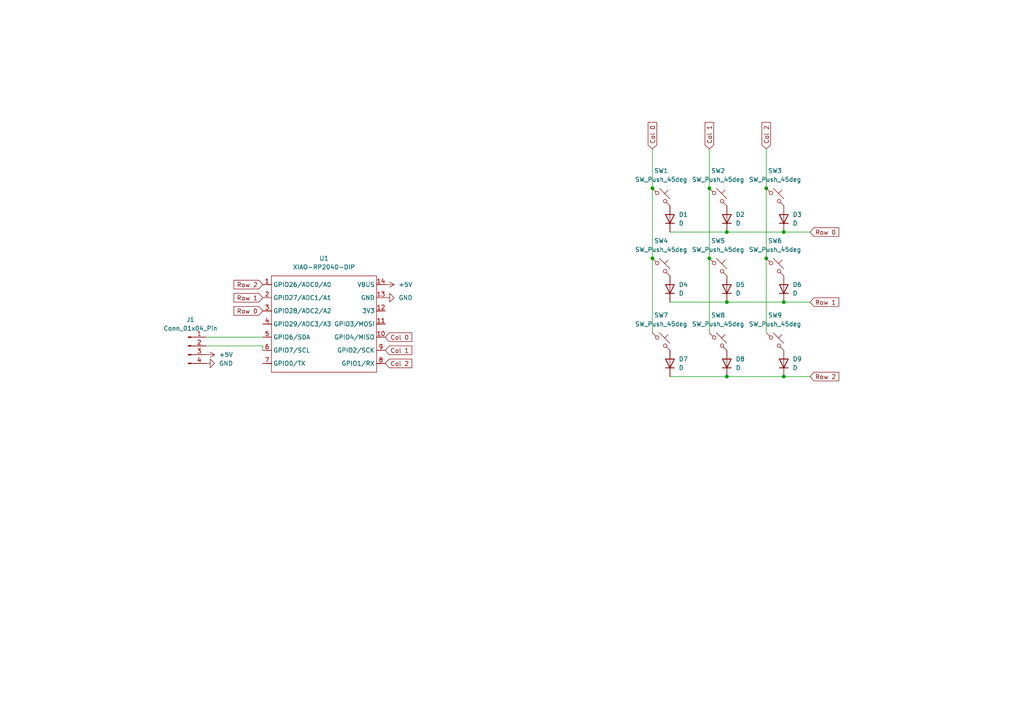
<source format=kicad_sch>
(kicad_sch (version 20231120) (generator "eeschema") (generator_version "8.0")
  (paper "A4")
  (lib_symbols
    (symbol "Connector:Conn_01x04_Pin" (pin_names (offset 1.016) hide)
      (property "Reference" "J" (at 0 5.08 0))
      (property "Value" "Conn_01x04_Pin" (at 0 -7.62 0))
      (symbol "Conn_01x04_Pin_1_1"
        (polyline (pts (xy 1.27 -5.08) (xy 0.8636 -5.08)) (stroke (width 0.1524)))
        (polyline (pts (xy 1.27 -2.54) (xy 0.8636 -2.54)) (stroke (width 0.1524)))
        (polyline (pts (xy 1.27 0) (xy 0.8636 0)) (stroke (width 0.1524)))
        (polyline (pts (xy 1.27 2.54) (xy 0.8636 2.54)) (stroke (width 0.1524)))
        (rectangle (start 0.8636 -4.953) (end 0 -5.207) (stroke (width 0.1524)) (fill (type outline)))
        (rectangle (start 0.8636 -2.413) (end 0 -2.667) (stroke (width 0.1524)) (fill (type outline)))
        (rectangle (start 0.8636 0.127) (end 0 -0.127) (stroke (width 0.1524)) (fill (type outline)))
        (rectangle (start 0.8636 2.667) (end 0 2.413) (stroke (width 0.1524)) (fill (type outline)))
        (pin passive line (at 5.08 2.54 180) (length 3.81) (name "Pin_1") (number "1"))
        (pin passive line (at 5.08 0 180) (length 3.81) (name "Pin_2") (number "2"))
        (pin passive line (at 5.08 -2.54 180) (length 3.81) (name "Pin_3") (number "3"))
        (pin passive line (at 5.08 -5.08 180) (length 3.81) (name "Pin_4") (number "4"))
      )
    )
    (symbol "Device:D" (pin_numbers hide) (pin_names (offset 1.016) hide)
      (property "Reference" "D" (at 0 2.54 0))
      (property "Value" "D" (at 0 -2.54 0))
      (symbol "D_0_1"
        (polyline (pts (xy -1.27 1.27) (xy -1.27 -1.27)) (stroke (width 0.254)))
        (polyline (pts (xy 1.27 0) (xy -1.27 0)))
        (polyline (pts (xy 1.27 1.27) (xy 1.27 -1.27) (xy -1.27 0) (xy 1.27 1.27)) (stroke (width 0.254)))
      )
      (symbol "D_1_1"
        (pin passive line (at -3.81 0 0) (length 2.54) (name "K") (number "1"))
        (pin passive line (at 3.81 0 180) (length 2.54) (name "A") (number "2"))
      )
    )
    (symbol "OPL:XIAO-RP2040-DIP"
      (property "Reference" "U" (at 0 0 0))
      (property "Value" "XIAO-RP2040-DIP" (at 5.334 -1.778 0))
      (symbol "XIAO-RP2040-DIP_1_0"
        (polyline (pts (xy -1.27 -30.48) (xy -1.27 -16.51)) (stroke (width 0.1524)))
        (polyline (pts (xy -1.27 -27.94) (xy -2.54 -27.94)) (stroke (width 0.1524)))
        (polyline (pts (xy -1.27 -24.13) (xy -2.54 -24.13)) (stroke (width 0.1524)))
        (polyline (pts (xy -1.27 -20.32) (xy -2.54 -20.32)) (stroke (width 0.1524)))
        (polyline (pts (xy -1.27 -16.51) (xy -2.54 -16.51)) (stroke (width 0.1524)))
        (polyline (pts (xy -1.27 -16.51) (xy -1.27 -12.7)) (stroke (width 0.1524)))
        (polyline (pts (xy -1.27 -12.7) (xy -2.54 -12.7)) (stroke (width 0.1524)))
        (polyline (pts (xy -1.27 -12.7) (xy -1.27 -8.89)) (stroke (width 0.1524)))
        (polyline (pts (xy -1.27 -8.89) (xy -2.54 -8.89)) (stroke (width 0.1524)))
        (polyline (pts (xy -1.27 -8.89) (xy -1.27 -5.08)) (stroke (width 0.1524)))
        (polyline (pts (xy -1.27 -5.08) (xy -2.54 -5.08)) (stroke (width 0.1524)))
        (polyline (pts (xy -1.27 -5.08) (xy -1.27 -2.54)) (stroke (width 0.1524)))
        (polyline (pts (xy -1.27 -2.54) (xy 29.21 -2.54)) (stroke (width 0.1524)))
        (polyline (pts (xy 29.21 -30.48) (xy -1.27 -30.48)) (stroke (width 0.1524)))
        (polyline (pts (xy 29.21 -12.7) (xy 29.21 -30.48)) (stroke (width 0.1524)))
        (polyline (pts (xy 29.21 -8.89) (xy 29.21 -12.7)) (stroke (width 0.1524)))
        (polyline (pts (xy 29.21 -5.08) (xy 29.21 -8.89)) (stroke (width 0.1524)))
        (polyline (pts (xy 29.21 -2.54) (xy 29.21 -5.08)) (stroke (width 0.1524)))
        (polyline (pts (xy 30.48 -27.94) (xy 29.21 -27.94)) (stroke (width 0.1524)))
        (polyline (pts (xy 30.48 -24.13) (xy 29.21 -24.13)) (stroke (width 0.1524)))
        (polyline (pts (xy 30.48 -20.32) (xy 29.21 -20.32)) (stroke (width 0.1524)))
        (polyline (pts (xy 30.48 -16.51) (xy 29.21 -16.51)) (stroke (width 0.1524)))
        (polyline (pts (xy 30.48 -12.7) (xy 29.21 -12.7)) (stroke (width 0.1524)))
        (polyline (pts (xy 30.48 -8.89) (xy 29.21 -8.89)) (stroke (width 0.1524)))
        (polyline (pts (xy 30.48 -5.08) (xy 29.21 -5.08)) (stroke (width 0.1524)))
        (pin passive line (at -3.81 -5.08 0) (length 2.54) (name "GPIO26/ADC0/A0") (number "1"))
        (pin passive line (at 31.75 -20.32 180) (length 2.54) (name "GPIO4/MISO") (number "10"))
        (pin passive line (at 31.75 -16.51 180) (length 2.54) (name "GPIO3/MOSI") (number "11"))
        (pin passive line (at 31.75 -12.7 180) (length 2.54) (name "3V3") (number "12"))
        (pin passive line (at 31.75 -8.89 180) (length 2.54) (name "GND") (number "13"))
        (pin passive line (at 31.75 -5.08 180) (length 2.54) (name "VBUS") (number "14"))
        (pin passive line (at -3.81 -8.89 0) (length 2.54) (name "GPIO27/ADC1/A1") (number "2"))
        (pin passive line (at -3.81 -12.7 0) (length 2.54) (name "GPIO28/ADC2/A2") (number "3"))
        (pin passive line (at -3.81 -16.51 0) (length 2.54) (name "GPIO29/ADC3/A3") (number "4"))
        (pin passive line (at -3.81 -20.32 0) (length 2.54) (name "GPIO6/SDA") (number "5"))
        (pin passive line (at -3.81 -24.13 0) (length 2.54) (name "GPIO7/SCL") (number "6"))
        (pin passive line (at -3.81 -27.94 0) (length 2.54) (name "GPIO0/TX") (number "7"))
        (pin passive line (at 31.75 -27.94 180) (length 2.54) (name "GPIO1/RX") (number "8"))
        (pin passive line (at 31.75 -24.13 180) (length 2.54) (name "GPIO2/SCK") (number "9"))
      )
    )
    (symbol "Switch:SW_Push_45deg" (pin_numbers hide) (pin_names (offset 1.016) hide)
      (property "Reference" "SW" (at 3.048 1.016 0))
      (property "Value" "SW_Push_45deg" (at 0 -3.81 0))
      (symbol "SW_Push_45deg_0_1"
        (circle (center -1.1684 1.1684) (radius 0.508))
        (polyline (pts (xy -0.508 2.54) (xy 2.54 -0.508)))
        (polyline (pts (xy 1.016 1.016) (xy 2.032 2.032)))
        (polyline (pts (xy -2.54 2.54) (xy -1.524 1.524) (xy -1.524 1.524)))
        (polyline (pts (xy 1.524 -1.524) (xy 2.54 -2.54) (xy 2.54 -2.54) (xy 2.54 -2.54)))
        (circle (center 1.143 -1.1938) (radius 0.508))
        (pin passive line (at -2.54 2.54 0) (length 0) (name "1") (number "1"))
        (pin passive line (at 2.54 -2.54 180) (length 0) (name "2") (number "2"))
      )
    )
    (symbol "power:+5V" (power) (pin_numbers hide) (pin_names (offset 0) hide)
      (property "Value" "+5V" (at 0 3.556 0))
      (symbol "+5V_0_1"
        (polyline (pts (xy -0.762 1.27) (xy 0 2.54)))
        (polyline (pts (xy 0 0) (xy 0 2.54)))
        (polyline (pts (xy 0 2.54) (xy 0.762 1.27)))
      )
      (symbol "+5V_1_1"
        (pin power_in line (at 0 0 90) (length 0) (name "~") (number "1"))
      )
    )
    (symbol "power:GND" (power) (pin_numbers hide) (pin_names (offset 0) hide)
      (property "Value" "GND" (at 0 -3.81 0))
      (symbol "GND_0_1"
        (polyline (pts (xy 0 0) (xy 0 -1.27) (xy 1.27 -1.27) (xy 0 -2.54) (xy -1.27 -1.27) (xy 0 -1.27)))
      )
      (symbol "GND_1_1"
        (pin power_in line (at 0 0 270) (length 0) (name "~") (number "1"))
      )
    )
  )
  (junction (at 205.74 54.61))
  (junction (at 227.33 67.31))
  (junction (at 189.23 74.93))
  (junction (at 222.25 54.61))
  (junction (at 210.82 109.22))
  (junction (at 210.82 87.63))
  (junction (at 210.82 67.31))
  (junction (at 222.25 74.93))
  (junction (at 227.33 109.22))
  (junction (at 227.33 87.63))
  (junction (at 189.23 54.61))
  (junction (at 205.74 74.93))
  (wire (pts (xy 205.74 74.93) (xy 205.74 96.52)))
  (wire (pts (xy 222.25 54.61) (xy 222.25 74.93)))
  (wire (pts (xy 222.25 43.18) (xy 222.25 54.61)))
  (wire (pts (xy 194.31 109.22) (xy 210.82 109.22)))
  (wire (pts (xy 205.74 54.61) (xy 205.74 74.93)))
  (wire (pts (xy 210.82 67.31) (xy 227.33 67.31)))
  (wire (pts (xy 189.23 43.18) (xy 189.23 54.61)))
  (wire (pts (xy 222.25 74.93) (xy 222.25 96.52)))
  (wire (pts (xy 234.95 109.22) (xy 227.33 109.22)))
  (wire (pts (xy 210.82 87.63) (xy 227.33 87.63)))
  (wire (pts (xy 194.31 87.63) (xy 210.82 87.63)))
  (wire (pts (xy 205.74 43.18) (xy 205.74 54.61)))
  (wire (pts (xy 194.31 67.31) (xy 210.82 67.31)))
  (wire (pts (xy 210.82 109.22) (xy 227.33 109.22)))
  (wire (pts (xy 189.23 74.93) (xy 189.23 96.52)))
  (wire (pts (xy 59.69 100.33) (xy 76.2 100.33)))
  (wire (pts (xy 189.23 54.61) (xy 189.23 74.93)))
  (wire (pts (xy 76.2 100.33) (xy 76.2 101.6)))
  (wire (pts (xy 59.69 97.79) (xy 76.2 97.79)))
  (wire (pts (xy 227.33 67.31) (xy 234.95 67.31)))
  (wire (pts (xy 234.95 87.63) (xy 227.33 87.63)))
  (global_label "Row 1" (shape input) (at 76.2 86.36 180) (property "Intersheetrefs" "${INTERSHEET_REFS}" (effects (hide yes))))
  (global_label "Row 0" (shape input) (at 234.95 67.31 0) (property "Intersheetrefs" "${INTERSHEET_REFS}" (effects (hide yes))))
  (global_label "Row 2" (shape input) (at 234.95 109.22 0) (property "Intersheetrefs" "${INTERSHEET_REFS}" (effects (hide yes))))
  (global_label "Col 1" (shape input) (at 205.74 43.18 90) (property "Intersheetrefs" "${INTERSHEET_REFS}" (effects (hide yes))))
  (global_label "Row 0" (shape input) (at 76.2 90.17 180) (property "Intersheetrefs" "${INTERSHEET_REFS}" (effects (hide yes))))
  (global_label "Row 1" (shape input) (at 234.95 87.63 0) (property "Intersheetrefs" "${INTERSHEET_REFS}" (effects (hide yes))))
  (global_label "Col 0" (shape input) (at 111.76 97.79 0) (property "Intersheetrefs" "${INTERSHEET_REFS}" (effects (hide yes))))
  (global_label "Col 1" (shape input) (at 111.76 101.6 0) (property "Intersheetrefs" "${INTERSHEET_REFS}" (effects (hide yes))))
  (global_label "Col 0" (shape input) (at 189.23 43.18 90) (property "Intersheetrefs" "${INTERSHEET_REFS}" (effects (hide yes))))
  (global_label "Col 2" (shape input) (at 111.76 105.41 0) (property "Intersheetrefs" "${INTERSHEET_REFS}" (effects (hide yes))))
  (global_label "Row 2" (shape input) (at 76.2 82.55 180) (property "Intersheetrefs" "${INTERSHEET_REFS}" (effects (hide yes))))
  (global_label "Col 2" (shape input) (at 222.25 43.18 90) (property "Intersheetrefs" "${INTERSHEET_REFS}" (effects (hide yes))))
  (symbol (lib_id "power:GND") (at 59.69 105.41 90) (unit 1)
    (property "Reference" "#PWR05" (effects (hide yes)))
    (property "Value" "GND" (at 63.5 105.4099 90) (effects (justify right)))
    (property "Description" "Power symbol creates a global label with name \"GND\" , ground" (effects (hide yes)))
  )
  (symbol (lib_id "power:+5V") (at 59.69 102.87 270) (unit 1)
    (property "Reference" "#PWR01" (effects (hide yes)))
    (property "Value" "+5V" (at 63.5 102.8699 90) (effects (justify left)))
    (property "Description" "Power symbol creates a global label with name \"+5V\"" (effects (hide yes)))
  )
  (symbol (lib_id "Switch:SW_Push_45deg") (at 208.28 57.15 0) (unit 1)
    (property "Reference" "SW2" (at 208.28 49.53 0))
    (property "Value" "SW_Push_45deg" (at 208.28 52.07 0))
    (property "Footprint" "OPL:SW_Cherry_MX_1.00u_PCB" (effects (hide yes)))
    (property "Description" "Push button switch, normally open, two pins, 45° tilted" (effects (hide yes)))
  )
  (symbol (lib_id "Switch:SW_Push_45deg") (at 224.79 57.15 0) (unit 1)
    (property "Reference" "SW3" (at 224.79 49.53 0))
    (property "Value" "SW_Push_45deg" (at 224.79 52.07 0))
    (property "Footprint" "OPL:SW_Cherry_MX_1.00u_PCB" (effects (hide yes)))
    (property "Description" "Push button switch, normally open, two pins, 45° tilted" (effects (hide yes)))
  )
  (symbol (lib_id "Switch:SW_Push_45deg") (at 224.79 77.47 0) (unit 1)
    (property "Reference" "SW6" (at 224.79 69.85 0))
    (property "Value" "SW_Push_45deg" (at 224.79 72.39 0))
    (property "Footprint" "OPL:SW_Cherry_MX_1.00u_PCB" (effects (hide yes)))
    (property "Description" "Push button switch, normally open, two pins, 45° tilted" (effects (hide yes)))
  )
  (symbol (lib_id "Switch:SW_Push_45deg") (at 224.79 99.06 0) (unit 1)
    (property "Reference" "SW9" (at 224.79 91.44 0))
    (property "Value" "SW_Push_45deg" (at 224.79 93.98 0))
    (property "Footprint" "OPL:SW_Cherry_MX_1.00u_PCB" (effects (hide yes)))
    (property "Description" "Push button switch, normally open, two pins, 45° tilted" (effects (hide yes)))
  )
  (symbol (lib_id "Device:D") (at 194.31 105.41 90) (unit 1)
    (property "Reference" "D7" (at 196.85 104.1399 90) (effects (justify right)))
    (property "Value" "D" (at 196.85 106.6799 90) (effects (justify right)))
    (property "Footprint" "OPL:Diode_DO-35" (effects (hide yes)))
    (property "Description" "Diode" (effects (hide yes)))
    (property "Sim.Device" "D" (effects (hide yes)))
    (property "Sim.Pins" "1=K 2=A" (effects (hide yes)))
  )
  (symbol (lib_id "Device:D") (at 210.82 105.41 90) (unit 1)
    (property "Reference" "D8" (at 213.36 104.1399 90) (effects (justify right)))
    (property "Value" "D" (at 213.36 106.6799 90) (effects (justify right)))
    (property "Footprint" "OPL:Diode_DO-35" (effects (hide yes)))
    (property "Description" "Diode" (effects (hide yes)))
    (property "Sim.Device" "D" (effects (hide yes)))
    (property "Sim.Pins" "1=K 2=A" (effects (hide yes)))
  )
  (symbol (lib_id "Switch:SW_Push_45deg") (at 191.77 57.15 0) (unit 1)
    (property "Reference" "SW1" (at 191.77 49.53 0))
    (property "Value" "SW_Push_45deg" (at 191.77 52.07 0))
    (property "Footprint" "OPL:SW_Cherry_MX_1.00u_PCB" (effects (hide yes)))
    (property "Description" "Push button switch, normally open, two pins, 45° tilted" (effects (hide yes)))
  )
  (symbol (lib_id "Device:D") (at 227.33 63.5 90) (unit 1)
    (property "Reference" "D3" (at 229.87 62.2299 90) (effects (justify right)))
    (property "Value" "D" (at 229.87 64.7699 90) (effects (justify right)))
    (property "Footprint" "OPL:Diode_DO-35" (effects (hide yes)))
    (property "Description" "Diode" (effects (hide yes)))
    (property "Sim.Device" "D" (effects (hide yes)))
    (property "Sim.Pins" "1=K 2=A" (effects (hide yes)))
  )
  (symbol (lib_id "Device:D") (at 227.33 105.41 90) (unit 1)
    (property "Reference" "D9" (at 229.87 104.1399 90) (effects (justify right)))
    (property "Value" "D" (at 229.87 106.6799 90) (effects (justify right)))
    (property "Footprint" "OPL:Diode_DO-35" (effects (hide yes)))
    (property "Description" "Diode" (effects (hide yes)))
    (property "Sim.Device" "D" (effects (hide yes)))
    (property "Sim.Pins" "1=K 2=A" (effects (hide yes)))
  )
  (symbol (lib_id "Device:D") (at 194.31 83.82 90) (unit 1)
    (property "Reference" "D4" (at 196.85 82.5499 90) (effects (justify right)))
    (property "Value" "D" (at 196.85 85.0899 90) (effects (justify right)))
    (property "Footprint" "OPL:Diode_DO-35" (effects (hide yes)))
    (property "Description" "Diode" (effects (hide yes)))
    (property "Sim.Device" "D" (effects (hide yes)))
    (property "Sim.Pins" "1=K 2=A" (effects (hide yes)))
  )
  (symbol (lib_id "Connector:Conn_01x04_Pin") (at 54.61 100.33 0) (unit 1)
    (property "Reference" "J1" (at 55.245 92.71 0))
    (property "Value" "Conn_01x04_Pin" (at 55.245 95.25 0))
    (property "Footprint" "OPL:MODULE_DM-OLED096-636" (effects (hide yes)))
    (property "Description" "Generic connector, single row, 01x04, script generated" (effects (hide yes)))
  )
  (symbol (lib_id "OPL:XIAO-RP2040-DIP") (at 80.01 77.47 0) (unit 1)
    (property "Reference" "U1" (at 93.98 74.93 0))
    (property "Value" "XIAO-RP2040-DIP" (at 93.98 77.47 0))
    (property "Footprint" "OPL:XIAO-RP2040-DIP" (effects (hide yes)))
  )
  (symbol (lib_id "Device:D") (at 194.31 63.5 90) (unit 1)
    (property "Reference" "D1" (at 196.85 62.2299 90) (effects (justify right)))
    (property "Value" "D" (at 196.85 64.7699 90) (effects (justify right)))
    (property "Footprint" "OPL:Diode_DO-35" (effects (hide yes)))
    (property "Description" "Diode" (effects (hide yes)))
    (property "Sim.Device" "D" (effects (hide yes)))
    (property "Sim.Pins" "1=K 2=A" (effects (hide yes)))
  )
  (symbol (lib_id "power:GND") (at 111.76 86.36 90) (unit 1)
    (property "Reference" "#PWR03" (effects (hide yes)))
    (property "Value" "GND" (at 115.57 86.3599 90) (effects (justify right)))
    (property "Description" "Power symbol creates a global label with name \"GND\" , ground" (effects (hide yes)))
  )
  (symbol (lib_id "Switch:SW_Push_45deg") (at 208.28 99.06 0) (unit 1)
    (property "Reference" "SW8" (at 208.28 91.44 0))
    (property "Value" "SW_Push_45deg" (at 208.28 93.98 0))
    (property "Footprint" "OPL:SW_Cherry_MX_1.00u_PCB" (effects (hide yes)))
    (property "Description" "Push button switch, normally open, two pins, 45° tilted" (effects (hide yes)))
  )
  (symbol (lib_id "Device:D") (at 210.82 63.5 90) (unit 1)
    (property "Reference" "D2" (at 213.36 62.2299 90) (effects (justify right)))
    (property "Value" "D" (at 213.36 64.7699 90) (effects (justify right)))
    (property "Footprint" "OPL:Diode_DO-35" (effects (hide yes)))
    (property "Description" "Diode" (effects (hide yes)))
    (property "Sim.Device" "D" (effects (hide yes)))
    (property "Sim.Pins" "1=K 2=A" (effects (hide yes)))
  )
  (symbol (lib_id "Switch:SW_Push_45deg") (at 208.28 77.47 0) (unit 1)
    (property "Reference" "SW5" (at 208.28 69.85 0))
    (property "Value" "SW_Push_45deg" (at 208.28 72.39 0))
    (property "Footprint" "OPL:SW_Cherry_MX_1.00u_PCB" (effects (hide yes)))
    (property "Description" "Push button switch, normally open, two pins, 45° tilted" (effects (hide yes)))
  )
  (symbol (lib_id "Device:D") (at 227.33 83.82 90) (unit 1)
    (property "Reference" "D6" (at 229.87 82.5499 90) (effects (justify right)))
    (property "Value" "D" (at 229.87 85.0899 90) (effects (justify right)))
    (property "Footprint" "OPL:Diode_DO-35" (effects (hide yes)))
    (property "Description" "Diode" (effects (hide yes)))
    (property "Sim.Device" "D" (effects (hide yes)))
    (property "Sim.Pins" "1=K 2=A" (effects (hide yes)))
  )
  (symbol (lib_id "Device:D") (at 210.82 83.82 90) (unit 1)
    (property "Reference" "D5" (at 213.36 82.5499 90) (effects (justify right)))
    (property "Value" "D" (at 213.36 85.0899 90) (effects (justify right)))
    (property "Footprint" "OPL:Diode_DO-35" (effects (hide yes)))
    (property "Description" "Diode" (effects (hide yes)))
    (property "Sim.Device" "D" (effects (hide yes)))
    (property "Sim.Pins" "1=K 2=A" (effects (hide yes)))
  )
  (symbol (lib_id "Switch:SW_Push_45deg") (at 191.77 77.47 0) (unit 1)
    (property "Reference" "SW4" (at 191.77 69.85 0))
    (property "Value" "SW_Push_45deg" (at 191.77 72.39 0))
    (property "Footprint" "OPL:SW_Cherry_MX_1.00u_PCB" (effects (hide yes)))
    (property "Description" "Push button switch, normally open, two pins, 45° tilted" (effects (hide yes)))
  )
  (symbol (lib_id "Switch:SW_Push_45deg") (at 191.77 99.06 0) (unit 1)
    (property "Reference" "SW7" (at 191.77 91.44 0))
    (property "Value" "SW_Push_45deg" (at 191.77 93.98 0))
    (property "Footprint" "OPL:SW_Cherry_MX_1.00u_PCB" (effects (hide yes)))
    (property "Description" "Push button switch, normally open, two pins, 45° tilted" (effects (hide yes)))
  )
  (symbol (lib_id "power:+5V") (at 111.76 82.55 270) (unit 1)
    (property "Reference" "#PWR02" (effects (hide yes)))
    (property "Value" "+5V" (at 115.57 82.5499 90) (effects (justify left)))
    (property "Description" "Power symbol creates a global label with name \"+5V\"" (effects (hide yes)))
  )
)
</source>
